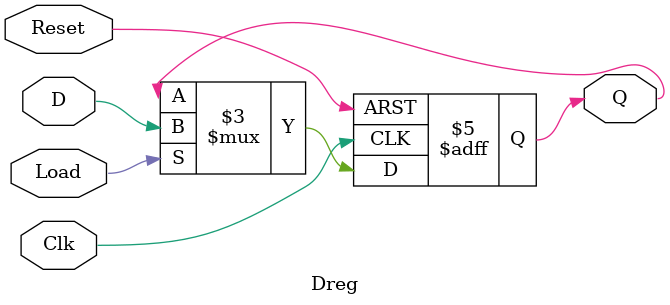
<source format=sv>

module Dreg ( input Clk, Load, Reset, D,
				  output logic Q );
				  
always @ (posedge Clk or posedge Reset ) 
begin 
	Q = Q;
	if (Reset) 
		Q = 1'b0;
	else if (Load) 
		Q = D;
end

endmodule

</source>
